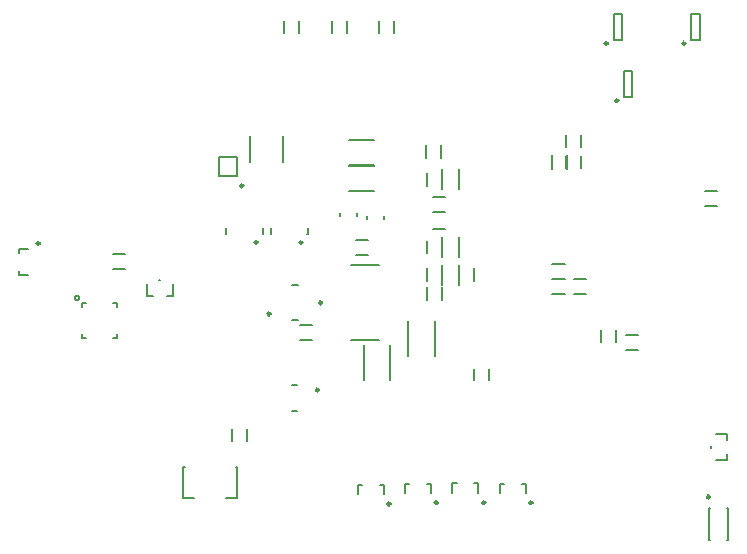
<source format=gbo>
G04*
G04 #@! TF.GenerationSoftware,Altium Limited,Altium Designer,24.4.1 (13)*
G04*
G04 Layer_Color=32896*
%FSLAX44Y44*%
%MOMM*%
G71*
G04*
G04 #@! TF.SameCoordinates,4A672E86-6C9B-4248-A0BA-008E6FD5887C*
G04*
G04*
G04 #@! TF.FilePolarity,Positive*
G04*
G01*
G75*
%ADD11C,0.1270*%
%ADD12C,0.2500*%
%ADD15C,0.2000*%
D11*
X100160Y271640D02*
G03*
X100160Y271640I-2000J0D01*
G01*
X102150Y267700D02*
X105650D01*
X128650D02*
X132150D01*
X102150Y237700D02*
X105650D01*
X128650D02*
X132150D01*
X102150Y264200D02*
Y267700D01*
X132150Y264200D02*
Y267700D01*
X102150Y237700D02*
Y241200D01*
X132150Y237700D02*
Y241200D01*
D12*
X547500Y487500D02*
G03*
X547500Y487500I-1250J0D01*
G01*
X613250Y487500D02*
G03*
X613250Y487500I-1250J0D01*
G01*
X556407Y438996D02*
G03*
X556407Y438996I-1250J0D01*
G01*
X66500Y318000D02*
G03*
X66500Y318000I-1250J0D01*
G01*
X302750Y194000D02*
G03*
X302750Y194000I-1250J0D01*
G01*
X633939Y103361D02*
G03*
X633939Y103361I-1250J0D01*
G01*
X443750Y98695D02*
G03*
X443750Y98695I-1250J0D01*
G01*
X483750Y98500D02*
G03*
X483750Y98500I-1250J0D01*
G01*
X403500Y98500D02*
G03*
X403500Y98500I-1250J0D01*
G01*
X363500Y97500D02*
G03*
X363500Y97500I-1250J0D01*
G01*
X305500Y267750D02*
G03*
X305500Y267750I-1250J0D01*
G01*
X262000Y258500D02*
G03*
X262000Y258500I-1250J0D01*
G01*
X250940Y318991D02*
G03*
X250940Y318991I-1250J0D01*
G01*
X238850Y366900D02*
G03*
X238850Y366900I-1250J0D01*
G01*
X288940Y318991D02*
G03*
X288940Y318991I-1250J0D01*
G01*
D15*
X552500Y490250D02*
X559500D01*
X552500Y512250D02*
X559500D01*
X552500Y490250D02*
Y512250D01*
X559500Y490250D02*
Y512250D01*
X618250Y490250D02*
X625250D01*
X618250Y512250D02*
X625250D01*
X618250Y490250D02*
Y512250D01*
X625250Y490250D02*
Y512250D01*
X561407Y441746D02*
X568407D01*
X561407Y463746D02*
X568407D01*
X561407Y441746D02*
Y463746D01*
X568407Y441746D02*
Y463746D01*
X128400Y308950D02*
X138400D01*
X128400Y296250D02*
X138400D01*
X49000Y291500D02*
Y295000D01*
Y291500D02*
X57000D01*
X49000Y310000D02*
Y313500D01*
X57000D01*
X399520Y344500D02*
X410020D01*
X399520Y357000D02*
X410020D01*
X229400Y150750D02*
Y160750D01*
X242100Y150750D02*
Y160750D01*
X187928Y102413D02*
X197513D01*
X224343D02*
X233928D01*
Y128413D01*
X187928D02*
X189278D01*
X232578D02*
X233928D01*
X187928Y102413D02*
Y128413D01*
X280500Y198500D02*
X284000D01*
X280500Y176500D02*
X284000D01*
X629750Y350131D02*
X639750D01*
X629750Y362831D02*
X639750D01*
X633500Y67250D02*
X634300D01*
X633500D02*
Y94250D01*
X634300D01*
X648700Y67250D02*
X649500D01*
Y94250D01*
X648700D02*
X649500D01*
X438000Y106945D02*
Y114945D01*
X434500D02*
X438000D01*
X416000Y106945D02*
Y114945D01*
X419500D01*
X478000Y106750D02*
Y114750D01*
X474500D02*
X478000D01*
X456000Y106750D02*
Y114750D01*
X459500D01*
X397750Y106750D02*
Y114750D01*
X394250D02*
X397750D01*
X375750Y106750D02*
Y114750D01*
X379250D01*
X357750Y105750D02*
Y113750D01*
X354250D02*
X357750D01*
X335750Y105750D02*
Y113750D01*
X339250D01*
X286750Y236400D02*
X296750D01*
X286750Y249100D02*
X296750D01*
X330000Y236500D02*
X353500D01*
X330000Y299500D02*
X353500D01*
X280505Y253000D02*
X284995D01*
X280505Y283000D02*
X284995D01*
X224440Y325991D02*
Y331441D01*
X255190Y325991D02*
X255440D01*
X224440D02*
X224690D01*
X255440D02*
Y331441D01*
X218000Y375450D02*
X234000D01*
Y391050D01*
X218000Y375450D02*
Y391050D01*
X234000D01*
X244990Y387266D02*
Y409266D01*
X272890Y387266D02*
Y409266D01*
X262440Y325991D02*
Y331441D01*
X293190Y325991D02*
X293440D01*
X262440D02*
X262690D01*
X293440D02*
Y331441D01*
X638750Y134750D02*
X648250D01*
Y151600D02*
Y156750D01*
Y134750D02*
Y139900D01*
X638750Y156750D02*
X648250D01*
X634750Y145100D02*
Y146400D01*
X157150Y273850D02*
Y283350D01*
X174000Y273850D02*
X179150D01*
X157150D02*
X162300D01*
X179150D02*
Y283350D01*
X167500Y287350D02*
X168800D01*
X286350Y496500D02*
Y506500D01*
X273650Y496500D02*
Y506500D01*
X366350Y496500D02*
Y506500D01*
X353650Y496500D02*
Y506500D01*
X326350Y496500D02*
Y506500D01*
X313650Y496500D02*
Y506500D01*
X434150Y202000D02*
Y212000D01*
X446850Y202000D02*
Y212000D01*
X334750Y320965D02*
X344750D01*
X334750Y308265D02*
X344750D01*
X541900Y234500D02*
Y244500D01*
X554600Y234500D02*
Y244500D01*
X562750Y227400D02*
X572750D01*
X562750Y240100D02*
X572750D01*
X328000Y362276D02*
X350000D01*
X328000Y383775D02*
X350000D01*
X328000Y384025D02*
X350000D01*
X328000Y405526D02*
X350000D01*
X343500Y339115D02*
Y341615D01*
X358000Y339115D02*
Y341615D01*
X335000D02*
Y344115D01*
X320500Y341615D02*
Y344115D01*
X512480Y381500D02*
Y392000D01*
X524980Y381500D02*
Y392000D01*
X500092Y380994D02*
Y392494D01*
X512592Y380994D02*
Y392494D01*
X524980Y399500D02*
Y410000D01*
X512480Y399500D02*
Y410000D01*
X393500Y390480D02*
Y400980D01*
X406000Y390480D02*
Y400980D01*
X500000Y300594D02*
X511500D01*
X500000Y288094D02*
X511500D01*
X500500Y288020D02*
X511000D01*
X500500Y275520D02*
X511000D01*
X518500D02*
X529000D01*
X518500Y288020D02*
X529000D01*
X394500Y270500D02*
Y281000D01*
X407000Y270500D02*
Y281000D01*
X394520Y286500D02*
Y297000D01*
X407020Y286500D02*
Y297000D01*
X407158Y283137D02*
Y299862D01*
X421882Y283137D02*
Y299862D01*
X421770Y286500D02*
Y297000D01*
X434270Y286500D02*
Y297000D01*
X421902Y306637D02*
Y323362D01*
X407178Y306637D02*
Y323362D01*
X407152Y309785D02*
Y320285D01*
X394652Y309785D02*
Y320285D01*
X399750Y344500D02*
X409750D01*
X399750Y330000D02*
X409750D01*
X394520Y367000D02*
Y377500D01*
X407020Y367000D02*
Y377500D01*
X407045Y363893D02*
Y380618D01*
X421770Y363893D02*
Y380618D01*
X378719Y222969D02*
Y252031D01*
X401281Y222969D02*
Y252031D01*
X340969Y202711D02*
Y231773D01*
X363531Y202711D02*
Y231773D01*
M02*

</source>
